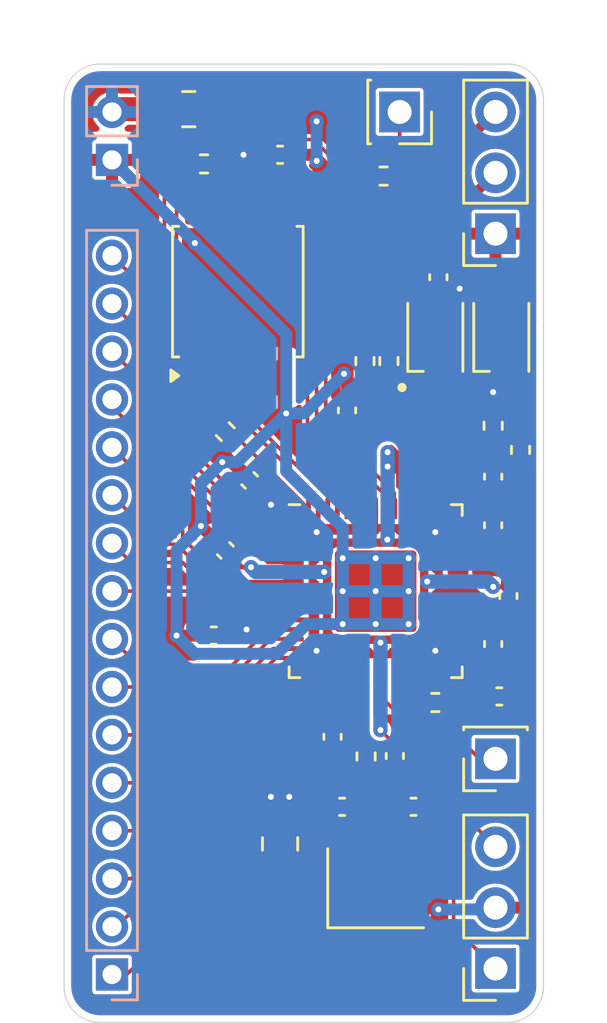
<source format=kicad_pcb>
(kicad_pcb (version 20221018) (generator pcbnew)
  (title_block (title "RP2350A QFN-60 Minimal Design Example") (date "2024-07-04") (rev "REV3") (company "Raspberry Pi Ltd"))
  (layers (0 "F.Cu" signal) (31 "B.Cu" signal) (34 "B.Paste" user) (35 "F.Paste" user) (36 "B.SilkS" user "B.Silkscreen") (37 "F.SilkS" user "F.Silkscreen") (38 "B.Mask" user) (39 "F.Mask" user) (44 "Edge.Cuts" user))
  (net 0 "")
  (net 1 "GND")
  (net 2 "/XIN")
  (net 3 "/XOUT")
  (net 4 "+3V3")
  (net 5 "+1V1")
  (net 6 "/~{USB_BOOT}")
  (net 7 "/GPIO15")
  (net 8 "/GPIO14")
  (net 9 "/GPIO13")
  (net 10 "/GPIO12")
  (net 11 "/GPIO11")
  (net 12 "/GPIO10")
  (net 13 "/GPIO9")
  (net 14 "/GPIO8")
  (net 15 "/GPIO7")
  (net 16 "/GPIO6")
  (net 17 "/GPIO5")
  (net 18 "/GPIO4")
  (net 19 "/GPIO3")
  (net 20 "/GPIO2")
  (net 21 "/GPIO1")
  (net 22 "/GPIO0")
  (net 23 "/GPIO29_ADC3")
  (net 24 "/GPIO28_ADC2")
  (net 25 "/GPIO27_ADC1")
  (net 26 "/GPIO26_ADC0")
  (net 27 "/GPIO25")
  (net 28 "/GPIO24")
  (net 29 "/GPIO23")
  (net 30 "/GPIO22")
  (net 31 "/GPIO21")
  (net 32 "/GPIO20")
  (net 33 "/GPIO19")
  (net 34 "/GPIO18")
  (net 35 "/GPIO17")
  (net 36 "/GPIO16")
  (net 37 "/SWD")
  (net 38 "/SWCLK")
  (net 39 "/QSPI_SS")
  (net 40 "/QSPI_SD3")
  (net 41 "/QSPI_SCLK")
  (net 42 "/QSPI_SD0")
  (net 43 "/QSPI_SD2")
  (net 44 "/QSPI_SD1")
  (net 45 "/USB_D+")
  (net 46 "/USB_D-")
  (net 47 "/VREG_LX")
  (net 48 "/VREG_AVDD")
  (net 49 "/FLASH_SS")
  (net 50 "/~{RUN}")
  (net 51 "Net-(C19-Pad1)")
  (net 52 "Net-(U2-USB_DP)")
  (net 53 "Net-(U2-USB_DM)")
  (net 54 "Net-(D1-DIN)")
  (net 55 "Net-(D1-DOUT)")
  (footprint "Capacitor_SMD:C_0805_2012Metric" (layer "F.Cu") (at 96.012 110.551 -90)
    (fp_text reference "C5" hide)
    (fp_text value "10u")
  )
  (footprint "Capacitor_SMD:C_0402_1005Metric" (layer "F.Cu") (at 93.246 101.854 180)
    (fp_text reference "C7" hide)
    (fp_text value "100n")
  )
  (footprint "Capacitor_SMD:C_0402_1005Metric" (layer "F.Cu") (at 96.012 81.788)
    (fp_text reference "C14" hide)
    (fp_text value "100n")
  )
  (footprint "Resistor_SMD:R_0402_1005Metric" (layer "F.Cu") (at 92.839 82.169 180)
    (fp_text reference "R4" hide)
    (fp_text value "DNF")
  )
  (footprint "Capacitor_SMD:C_0402_1005Metric" (layer "F.Cu") (at 98.806 92.456 90)
    (fp_text reference "C4" hide)
    (fp_text value "100n")
  )
  (footprint "Capacitor_SMD:C_0402_1005Metric" (layer "F.Cu") (at 104.902 102.207 -90)
    (fp_text reference "C6" hide)
    (fp_text value "100n")
  )
  (footprint "Capacitor_SMD:C_0402_1005Metric" (layer "F.Cu") (at 105.156 104.394)
    (fp_text reference "C8" hide)
    (fp_text value "100n")
  )
  (footprint "Resistor_SMD:R_0402_1005Metric" (layer "F.Cu") (at 99.552 90.396 -90)
    (fp_text reference "R2" hide)
    (fp_text value "27")
  )
  (footprint "Capacitor_SMD:C_0402_1005Metric" (layer "F.Cu") (at 94.742 95.377 135)
    (fp_text reference "C5" hide)
    (fp_text value "100n")
  )
  (footprint "Resistor_SMD:R_0402_1005Metric" (layer "F.Cu") (at 100.552 90.396 -90)
    (fp_text reference "R3" hide)
    (fp_text value "27")
  )
  (footprint "Capacitor_SMD:C_0402_1005Metric" (layer "F.Cu") (at 104.902 97.25 90)
    (fp_text reference "C9" hide)
    (fp_text value "100n")
  )
  (footprint "Capacitor_SMD:C_0805_2012Metric" (layer "F.Cu") (at 92.202 79.883)
    (fp_text reference "C15" hide)
    (fp_text value "10u")
  )
  (footprint "RP2350_60QFN_minimal:C_0402_1005Metric_small_pads" (layer "F.Cu") (at 102 94.45)
    (fp_text reference "C13" hide)
    (fp_text value "4.7u")
  )
  (footprint "RP2350_60QFN_minimal:L_pol_2016" (layer "F.Cu") (at 102 92.8)
    (fp_text reference "L1" hide)
    (fp_text value "3.3u")
  )
  (footprint "Capacitor_SMD:C_0402_1005Metric" (layer "F.Cu") (at 104.902 95.222 -90)
    (fp_text reference "C11" hide)
    (fp_text value "4.7u")
  )
  (footprint "Resistor_SMD:R_0402_1005Metric" (layer "F.Cu") (at 102.489 104.648)
    (fp_text reference "R7" hide)
    (fp_text value "10k")
  )
  (footprint "Resistor_SMD:R_0402_1005Metric" (layer "F.Cu") (at 104.902 93.1 -90)
    (fp_text reference "R1" hide)
    (fp_text value "33")
  )
  (footprint "Capacitor_SMD:C_0402_1005Metric" (layer "F.Cu") (at 102.616 86.896 90)
    (fp_text reference "C16" hide)
    (fp_text value "100n")
  )
  (footprint "Crystal:Crystal_SMD_3225-4Pin_3.2x2.5mm" (layer "F.Cu") (at 100 112.4)
    (fp_text reference "Y1" hide)
    (fp_text value "ABM8-272-T3")
  )
  (footprint "LED_SMD:LED_WS2812B-2020_PLCC4_2.0x2.0mm" (layer "F.Cu") (at 105.241 89.408 90)
    (fp_text reference "D1" hide)
    (fp_text value "WS2812B-2020")
  )
  (footprint "Resistor_SMD:R_0402_1005Metric" (layer "F.Cu") (at 99.6 106.9 -90)
    (fp_text reference "R9" hide)
    (fp_text value "1k")
  )
  (footprint "Connector_PinSocket_2.54mm:PinSocket_1x03_P2.54mm_Vertical" (layer "F.Cu") (at 105 115.75 180)
    (fp_text reference "J4" hide)
    (fp_text value "Conn_01x03")
  )
  (footprint "Capacitor_SMD:C_0402_1005Metric" (layer "F.Cu") (at 100.8 106.88 -90)
    (fp_text reference "C2" hide)
    (fp_text value "4.7u")
  )
  (footprint "Package_SO:SOIC-8_5.23x5.23mm_P1.27mm" (layer "F.Cu") (at 94.25 87.5 90)
    (fp_text reference "U1" hide)
    (fp_text value "W25Q128JVS")
  )
  (footprint "Connector_PinSocket_2.54mm:PinSocket_1x01_P2.54mm_Vertical" (layer "F.Cu") (at 101 80 -90)
    (fp_text reference "J5" hide)
    (fp_text value "Conn_01x01")
  )
  (footprint "Capacitor_SMD:C_0402_1005Metric" (layer "F.Cu") (at 98.6 109 180)
    (fp_text reference "C18" hide)
    (fp_text value "15p")
  )
  (footprint "Resistor_SMD:R_0402_1005Metric" (layer "F.Cu") (at 106.045 94.107 -90)
    (fp_text reference "R8" hide)
    (fp_text value "330")
  )
  (footprint "RP2350_60QFN_minimal:RP2350-QFN-60-1EP_7x7_P0.4mm_EP3.4x3.4mm_ThermalVias" (layer "F.Cu") (at 100 100)
    (fp_text reference "U2" hide)
    (fp_text value "RP2350_60QFN")
  )
  (footprint "Capacitor_SMD:C_0402_1005Metric" (layer "F.Cu") (at 93.726 98.298 135)
    (fp_text reference "C1" hide)
    (fp_text value "100n")
  )
  (footprint "LED_SMD:LED_WS2812B-2020_PLCC4_2.0x2.0mm" (layer "F.Cu") (at 102.489 89.408 90)
    (fp_text reference "D2" hide)
    (fp_text value "WS2812B-2020")
  )
  (footprint "Resistor_SMD:R_0402_1005Metric" (layer "F.Cu") (at 93.726 93.345 135)
    (fp_text reference "R6" hide)
    (fp_text value "0")
  )
  (footprint "Resistor_SMD:R_0402_1005Metric" (layer "F.Cu") (at 100.33 82.677)
    (fp_text reference "R5" hide)
    (fp_text value "1k")
  )
  (footprint "Capacitor_SMD:C_0402_1005Metric" (layer "F.Cu") (at 98.2 106.08 -90)
    (fp_text reference "C10" hide)
    (fp_text value "100n")
  )
  (footprint "RP2350_60QFN_minimal:C_0402_1005Metric_small_pads" (layer "F.Cu") (at 102 95.4)
    (fp_text reference "C12" hide)
    (fp_text value "4.7u")
  )
  (footprint "Capacitor_SMD:C_0402_1005Metric" (layer "F.Cu") (at 105.537 100.203 -90)
    (fp_text reference "C3" hide)
    (fp_text value "100n")
  )
  (footprint "Connector_PinSocket_2.54mm:PinSocket_1x01_P2.54mm_Vertical" (layer "F.Cu") (at 105 107 180)
    (fp_text reference "J6" hide)
    (fp_text value "Conn_01x01")
  )
  (footprint "Capacitor_SMD:C_0402_1005Metric" (layer "F.Cu") (at 101.58 109)
    (fp_text reference "C19" hide)
    (fp_text value "15p")
  )
  (footprint "Connector_PinSocket_2.54mm:PinSocket_1x03_P2.54mm_Vertical" (layer "F.Cu") (at 105 85.08 180)
    (fp_text reference "J2" hide)
    (fp_text value "Conn_01x03")
  )
  (footprint "Connector_PinSocket_2.00mm:PinSocket_1x16_P2.00mm_Vertical" (layer "B.Cu") (at 89 116)
    (fp_text reference "J3" hide)
    (fp_text value "Conn_01x16")
  )
  (footprint "Connector_PinSocket_2.00mm:PinSocket_1x02_P2.00mm_Vertical" (layer "B.Cu") (at 89 82)
    (fp_text reference "J1" hide)
    (fp_text value "Conn_01x02")
  )
  (gr_arc (start 87 79.5) (mid 87.43934 78.43934) (end 88.5 78) (stroke (width 0.05)) (layer "Edge.Cuts"))
  (gr_line (start 107 116.5) (end 107 79.5) (stroke (width 0.05)) (layer "Edge.Cuts"))
  (gr_arc (start 105.5 78) (mid 106.56066 78.43934) (end 107 79.5) (stroke (width 0.05)) (layer "Edge.Cuts"))
  (gr_line (start 88.5 118) (end 105.5 118) (stroke (width 0.05)) (layer "Edge.Cuts"))
  (gr_line (start 105.5 78) (end 88.5 78) (stroke (width 0.05)) (layer "Edge.Cuts"))
  (gr_arc (start 107 116.5) (mid 106.56066 117.56066) (end 105.5 118) (stroke (width 0.05)) (layer "Edge.Cuts"))
  (gr_arc (start 88.5 118) (mid 87.43934 117.56066) (end 87 116.5) (stroke (width 0.05)) (layer "Edge.Cuts"))
  (gr_line (start 87 79.5) (end 87 116.5) (stroke (width 0.05)) (layer "Edge.Cuts"))
  (segment (start 97.282 81.788) (end 97.536 82.042) (width 0.25) (layer "F.Cu") (net 1))
  (segment (start 98.342 91.865) (end 98.453 91.976) (width 0.4) (layer "F.Cu") (net 1))
  (segment (start 104.775 103.505) (end 105.537 103.505) (width 0.3) (layer "F.Cu") (net 1))
  (segment (start 98.679 90.932) (end 98.342 91.269) (width 0.4) (layer "F.Cu") (net 1))
  (segment (start 96.492 81.788) (end 97.282 81.788) (width 0.25) (layer "F.Cu") (net 1))
  (segment (start 98.342 91.269) (end 98.342 91.865) (width 0.4) (layer "F.Cu") (net 1))
  (segment (start 98.453 91.976) (end 98.806 91.976) (width 0.4) (layer "F.Cu") (net 1))
  (via (at 102.616 113.284) (size 0.6) (drill 0.25) (layers "F.Cu" "B.Cu") (net 1))
  (via (at 97.536 82.042) (size 0.6) (drill 0.25) (layers "F.Cu" "B.Cu") (net 1))
  (via (at 93.599 94.615) (size 0.6) (drill 0.25) (layers "F.Cu" "B.Cu") (net 1))
  (via (at 92.456 85.471) (size 0.6) (drill 0.25) (layers "F.Cu" "B.Cu") (net 1))
  (via (at 98.679 90.932) (size 0.6) (drill 0.25) (layers "F.Cu" "B.Cu") (net 1))
  (via (at 91.694 101.854) (size 0.6) (drill 0.25) (layers "F.Cu" "B.Cu") (net 1))
  (via (at 96.266 92.583) (size 0.6) (drill 0.25) (layers "F.Cu" "B.Cu") (net 1))
  (via (at 92.71 97.282) (size 0.6) (drill 0.25) (layers "F.Cu" "B.Cu") (net 1))
  (via (at 97.536 80.391) (size 0.6) (drill 0.25) (layers "F.Cu" "B.Cu") (net 1))
  (segment (start 102.616 113.284) (end 104.926 113.284) (width 0.5) (layer "B.Cu") (net 1))
  (segment (start 104.926 113.284) (end 105 113.21) (width 0.15) (layer "B.Cu") (net 1))
  (segment (start 98.625 101.375) (end 98.625 98.625) (width 0.5) (layer "B.Cu") (net 1))
  (segment (start 93.599 94.615) (end 92.71 95.504) (width 0.5) (layer "B.Cu") (net 1))
  (segment (start 96.266 92.583) (end 96.266 89.266) (width 0.5) (layer "B.Cu") (net 1))
  (segment (start 101.375 98.625) (end 98.625 98.625) (width 0.5) (layer "B.Cu") (net 1))
  (segment (start 96.266 92.583) (end 96.266 94.996) (width 0.5) (layer "B.Cu") (net 1))
  (segment (start 97.536 82.042) (end 97.536 80.391) (width 0.5) (layer "B.Cu") (net 1))
  (segment (start 98.625 101.375) (end 101.375 101.375) (width 0.5) (layer "B.Cu") (net 1))
  (segment (start 101.375 98.625) (end 101.375 101.375) (width 0.5) (layer "B.Cu") (net 1))
  (segment (start 98.625 101.375) (end 97.126 101.375) (width 0.5) (layer "B.Cu") (net 1))
  (segment (start 97.028 92.583) (end 98.679 90.932) (width 0.5) (layer "B.Cu") (net 1))
  (segment (start 92.456 102.616) (end 91.694 101.854) (width 0.5) (layer "B.Cu") (net 1))
  (segment (start 98.625 100) (end 101.375 100) (width 0.5) (layer "B.Cu") (net 1))
  (segment (start 96.266 94.996) (end 98.625 97.355) (width 0.5) (layer "B.Cu") (net 1))
  (segment (start 96.266 89.266) (end 89 82) (width 0.5) (layer "B.Cu") (net 1))
  (segment (start 94.234 94.615) (end 93.599 94.615) (width 0.5) (layer "B.Cu") (net 1))
  (segment (start 100 101.375) (end 100 98.625) (width 0.5) (layer "B.Cu") (net 1))
  (segment (start 96.266 92.583) (end 94.234 94.615) (width 0.5) (layer "B.Cu") (net 1))
  (segment (start 98.625 97.355) (end 98.625 98.625) (width 0.5) (layer "B.Cu") (net 1))
  (segment (start 96.266 92.583) (end 97.028 92.583) (width 0.5) (layer "B.Cu") (net 1))
  (segment (start 92.71 97.282) (end 91.694 98.298) (width 0.5) (layer "B.Cu") (net 1))
  (segment (start 92.71 95.504) (end 92.71 97.282) (width 0.5) (layer "B.Cu") (net 1))
  (segment (start 97.126 101.375) (end 95.885 102.616) (width 0.5) (layer "B.Cu") (net 1))
  (segment (start 95.885 102.616) (end 92.456 102.616) (width 0.5) (layer "B.Cu") (net 1))
  (segment (start 91.694 98.298) (end 91.694 101.854) (width 0.5) (layer "B.Cu") (net 1))
  (segment (start 99.2 105.4) (end 99 105.6) (width 0.15) (layer "F.Cu") (net 2))
  (segment (start 99.9 109.82) (end 99.9 112.3) (width 0.15) (layer "F.Cu") (net 2))
  (segment (start 98.95 113.25) (end 98.7 113.25) (width 0.15) (layer "F.Cu") (net 2))
  (segment (start 99.2 103.4375) (end 99.2 105.4) (width 0.15) (layer "F.Cu") (net 2))
  (segment (start 99 105.6) (end 99 108.92) (width 0.15) (layer "F.Cu") (net 2))
  (segment (start 99 108.92) (end 99.9 109.82) (width 0.15) (layer "F.Cu") (net 2))
  (segment (start 99.9 112.3) (end 98.95 113.25) (width 0.15) (layer "F.Cu") (net 2))
  (segment (start 99.6 103.4375) (end 99.6 106.4) (width 0.15) (layer "F.Cu") (net 3))
  (segment (start 95.631 109.22) (end 96.012 109.601) (width 0.5) (layer "F.Cu") (net 4))
  (segment (start 89.117 79.883) (end 89 80) (width 0.15) (layer "F.Cu") (net 4))
  (segment (start 104.1895 97.423) (end 104.0125 97.6) (width 0.2) (layer "F.Cu") (net 4))
  (segment (start 98.2 105.2) (end 98.2 105.6) (width 0.2) (layer "F.Cu") (net 4))
  (segment (start 93.349 82.169) (end 92.345 83.173) (width 0.25) (layer "F.Cu") (net 4))
  (segment (start 104.902 97.73) (end 104.4965 97.73) (width 0.2) (layer "F.Cu") (net 4))
  (segment (start 102.8 103.4375) (end 102.8 103.003554) (width 0.2) (layer "F.Cu") (net 4))
  (segment (start 91.252 79.883) (end 89.117 79.883) (width 1) (layer "F.Cu") (net 4))
  (segment (start 102.489 97.536) (end 102.667554 97.536) (width 0.2) (layer "F.Cu") (net 4))
  (segment (start 103.505 87.376) (end 104.267 87.376) (width 0.25) (layer "F.Cu") (net 4))
  (segment (start 96.5625 97.2) (end 97 97.2) (width 0.15) (layer "F.Cu") (net 4))
  (segment (start 101.939 88.493) (end 101.939 87.672) (width 0.25) (layer "F.Cu") (net 4))
  (segment (start 99.6 95.7) (end 98.806 94.906) (width 0.15) (layer "F.Cu") (net 4))
  (segment (start 104.267 87.376) (end 104.691 87.8) (width 0.25) (layer "F.Cu") (net 4))
  (segment (start 102.75 102.953554) (end 102.75 102.925736) (width 0.2) (layer "F.Cu") (net 4))
  (segment (start 103.9665 97.2) (end 103.4375 97.2) (width 0.2) (layer "F.Cu") (net 4))
  (segment (start 102.489 97.536) (end 102.553 97.6) (width 0.2) (layer "F.Cu") (net 4))
  (segment (start 102.771 103.4665) (end 102.8 103.4375) (width 0.15) (layer "F.Cu") (net 4))
  (segment (start 94.954411 95.716411) (end 95.631 96.393) (width 0.15) (layer "F.Cu") (net 4))
  (segment (start 94.342 101.854) (end 93.726 101.854) (width 0.2) (layer "F.Cu") (net 4))
  (segment (start 104.4965 97.73) (end 104.1895 97.423) (width 0.2) (layer "F.Cu") (net 4))
  (segment (start 95.631 96.774) (end 95.631 96.393) (width 0.15) (layer "F.Cu") (net 4))
  (segment (start 104.1895 97.423) (end 103.9665 97.2) (width 0.2) (layer "F.Cu") (net 4))
  (segment (start 100 96.5625) (end 100 96.1) (width 0.15) (layer "F.Cu") (net 4))
  (segment (start 97.4 101.2) (end 94.996 101.2) (width 0.2) (layer "F.Cu") (net 4))
  (segment (start 103.759 104.394) (end 102.8025 103.4375) (width 0.2) (layer "F.Cu") (net 4))
  (segment (start 96.057 97.2) (end 95.631 96.774) (width 0.15) (layer "F.Cu") (net 4))
  (segment (start 94.488 81.788) (end 93.73 81.788) (width 0.25) (layer "F.Cu") (net 4))
  (segment (start 102.8 103.003554) (end 102.75 102.953554) (width 0.2) (layer "F.Cu") (net 4))
  (segment (start 103.4375 100) (end 104.191 100) (width 0.2) (layer "F.Cu") (net 4))
  (segment (start 98.806 94.906) (end 98.806 92.936) (width 0.15) (layer "F.Cu") (net 4))
  (segment (start 99.6 96.5625) (end 99.6 95.7) (width 0.15) (layer "F.Cu") (net 4))
  (segment (start 104.803 104.394) (end 103.759 104.394) (width 0.2) (layer "F.Cu") (net 4))
  (segment (start 104.191 100) (end 104.902 100.711) (width 0.2) (layer "F.Cu") (net 4))
  (segment (start 97 97.2) (end 97.336 97.536) (width 0.15) (layer "F.Cu") (net 4))
  (segment (start 96.5625 97.2) (end 96.057 97.2) (width 0.15) (layer "F.Cu") (net 4))
  (segment (start 101.854 88.408) (end 101.939 88.493) (width 0.15) (layer "F.Cu") (net 4))
  (segment (start 96.393 109.22) (end 96.012 109.601) (width 0.5) (layer "F.Cu") (net 4))
  (segment (start 98.8 104.6) (end 98.2 105.2) (width 0.2) (layer "F.Cu") (net 4))
  (segment (start 104.902 100.711) (end 104.902 101.727) (width 0.2) (layer "F.Cu") (net 4))
  (segment (start 104.691 87.8) (end 104.691 88.493) (width 0.25) (layer "F.Cu") (net 4))
  (segment (start 103.003554 97.2) (end 103.4375 97.2) (width 0.2) (layer "F.Cu") (net 4))
  (segment (start 92.345 83.173) (end 92.345 83.9) (width 0.25) (layer "F.Cu") (net 4))
  (segment (start 101.939 87.672) (end 102.235 87.376) (width 0.25) (layer "F.Cu") (net 4))
  (segment (start 94.996 101.2) (end 94.342 101.854) (width 0.2) (layer "F.Cu") (net 4))
  (segment (start 95.631 108.585) (end 95.631 109.22) (width 0.5) (layer "F.Cu") (net 4))
  (segment (start 102.616 87.376) (end 103.505 87.376) (width 0.25) (layer "F.Cu") (net 4))
  (segment (start 100 97.3) (end 100 96.5625) (width 0.2) (layer "F.Cu") (net 4))
  (segment (start 93.73 81.788) (end 93.349 82.169) (width 0.25) (layer "F.Cu") (net 4))
  (segment (start 99.6 96.5625) (end 99.6 97.3) (width 0.2) (layer "F.Cu") (net 4))
  (segment (start 103.4375 100) (end 102.6 100) (width 0.2) (layer "F.Cu") (net 4))
  (segment (start 104.902 91.694) (end 104.902 92.59) (width 0.15) (layer "F.Cu") (net 4))
  (segment (start 102.553 97.6) (end 103.4375 97.6) (width 0.2) (layer "F.Cu") (net 4))
  (segment (start 102.75 102.925736) (end 102.424264 102.6) (width 0.2) (layer "F.Cu") (net 4))
  (segment (start 99.6 97.3) (end 100 97.3) (width 0.2) (layer "F.Cu") (net 4))
  (segment (start 94.488 81.788) (end 95.532 81.788) (width 0.25) (layer "F.Cu") (net 4))
  (segment (start 102.235 87.376) (end 102.616 87.376) (width 0.25) (layer "F.Cu") (net 4))
  (segment (start 102.8 103.4375) (end 102.8 104.449) (width 0.2) (layer "F.Cu") (net 4))
  (segment (start 98.8 103.4375) (end 98.8 104.6) (width 0.2) (layer "F.Cu") (net 4))
  (segment (start 102.8 104.449) (end 102.999 104.648) (width 0.15) (layer "F.Cu") (net 4))
  (segment (start 102.667554 97.536) (end 103.003554 97.2) (width 0.2) (layer "F.Cu") (net 4))
  (segment (start 96.393 108.585) (end 96.393 109.22) (width 0.5) (layer "F.Cu") (net 4))
  (segment (start 102.8025 103.4375) (end 102.8 103.4375) (width 0.2) (layer "F.Cu") (net 4))
  (segment (start 100 96.1) (end 99.6 95.7) (width 0.15) (layer "F.Cu") (net 4))
  (segment (start 104.0125 97.6) (end 103.4375 97.6) (width 0.2) (layer "F.Cu") (net 4))
  (segment (start 98.8 103.4375) (end 98.8 102.6) (width 0.2) (layer "F.Cu") (net 4))
  (via (at 102.489 97.536) (size 0.6) (drill 0.25) (layers "F.Cu" "B.Cu") (net 4))
  (via (at 94.488 81.788) (size 0.6) (drill 0.25) (layers "F.Cu" "B.Cu") (net 4))
  (via (at 95.631 108.585) (size 0.6) (drill 0.25) (layers "F.Cu" "B.Cu") (net 4))
  (via (at 96.393 108.585) (size 0.6) (drill 0.25) (layers "F.Cu" "B.Cu") (net 4))
  (via (at 103.505 87.376) (size 0.6) (drill 0.25) (layers "F.Cu" "B.Cu") (net 4))
  (via (at 102.489 102.489) (size 0.6) (drill 0.25) (layers "F.Cu" "B.Cu") (net 4))
  (via (at 97.536 97.536) (size 0.6) (drill 0.25) (layers "F.Cu" "B.Cu") (net 4))
  (via (at 104.902 91.694) (size 0.6) (drill 0.25) (layers "F.Cu" "B.Cu") (net 4))
  (via (at 95.631 96.393) (size 0.6) (drill 0.25) (layers "F.Cu" "B.Cu") (net 4))
  (via (at 94.615 101.6) (size 0.6) (drill 0.25) (layers "F.Cu" "B.Cu") (net 4))
  (via (at 97.536 102.489) (size 0.6) (drill 0.25) (layers "F.Cu" "B.Cu") (net 4))
  (segment (start 94.428 99) (end 94.8 99) (width 0.2) (layer "F.Cu") (net 5))
  (segment (start 104.902 99.822) (end 104.68 99.6) (width 0.2) (layer "F.Cu") (net 5))
  (segment (start 100 103.4375) (end 100 105.1) (width 0.2) (layer "F.Cu") (net 5))
  (segment (start 101.175 95.875) (end 100.925 95.625) (width 0.15) (layer "F.Cu") (net 5))
  (segment (start 105.438 99.822) (end 105.537 99.723) (width 0.2) (layer "F.Cu") (net 5))
  (segment (start 100.925 95.625) (end 100.925 94.875) (width 0.15) (layer "F.Cu") (net 5))
  (segment (start 100.2 105.8) (end 100.8 106.4) (width 0.15) (layer "F.Cu") (net 5))
  (segment (start 100.2 105.3) (end 100.2 105.8) (width 0.2) (layer "F.Cu") (net 5))
  (segment (start 101.175 96.5375) (end 101.175 95.875) (width 0.15) (layer "F.Cu") (net 5))
  (segment (start 105.537 99.723) (end 105.537 99.596) (width 0.2) (layer "F.Cu") (net 5))
  (segment (start 95 99.2) (end 94.8 99) (width 0.2) (layer "F.Cu") (net 5))
  (segment (start 96.5625 99.2) (end 95 99.2) (width 0.2) (layer "F.Cu") (net 5))
  (segment (start 94.065411 98.637411) (end 94.428 99) (width 0.2) (layer "F.Cu") (net 5))
  (segment (start 101.2 96.5625) (end 101.175 96.5375) (width 0.15) (layer "F.Cu") (net 5))
  (segment (start 100 105.1) (end 100.2 105.3) (width 0.2) (layer "F.Cu") (net 5))
  (segment (start 104.902 99.822) (end 105.438 99.822) (width 0.2) (layer "F.Cu") (net 5))
  (segment (start 104.68 99.6) (end 103.4375 99.6) (width 0.2) (layer "F.Cu") (net 5))
  (via (at 100.48777 97.8505) (size 0.6) (drill 0.25) (layers "F.Cu" "B.Cu") (net 5))
  (via (at 104.902 99.822) (size 0.6) (drill 0.25) (layers "F.Cu" "B.Cu") (net 5))
  (via (at 94.8 99) (size 0.6) (drill 0.25) (layers "F.Cu" "B.Cu") (net 5))
  (via (at 100.5 94.2) (size 0.6) (drill 0.25) (layers "F.Cu" "B.Cu") (net 5))
  (via (at 100.2 102.1495) (size 0.6) (drill 0.25) (layers "F.Cu" "B.Cu") (net 5))
  (via (at 97.8505 99.2) (size 0.6) (drill 0.25) (layers "F.Cu" "B.Cu") (net 5))
  (via (at 100.2 105.8) (size 0.6) (drill 0.25) (layers "F.Cu" "B.Cu") (net 5))
  (via (at 100.5 94.8) (size 0.6) (drill 0.25) (layers "F.Cu" "B.Cu") (net 5))
  (via (at 102.1495 99.6) (size 0.6) (drill 0.25) (layers "F.Cu" "B.Cu") (net 5))
  (segment (start 100.5 97.83827) (end 100.5 94.2) (width 0.6) (layer "B.Cu") (net 5))
  (segment (start 104.902 99.822) (end 104.68 99.6) (width 0.6) (layer "B.Cu") (net 5))
  (segment (start 95 99.2) (end 94.8 99) (width 0.6) (layer "B.Cu") (net 5))
  (segment (start 100.2 102.1495) (end 100.2 105.8) (width 0.6) (layer "B.Cu") (net 5))
  (segment (start 104.68 99.6) (end 102.1495 99.6) (width 0.6) (layer "B.Cu") (net 5))
  (segment (start 100.48777 97.8505) (end 100.5 97.83827) (width 0.6) (layer "B.Cu") (net 5))
  (segment (start 97.8505 99.2) (end 95 99.2) (width 0.6) (layer "B.Cu") (net 5))
  (segment (start 101 80) (end 101 82.517) (width 0.15) (layer "F.Cu") (net 6))
  (segment (start 101 82.517) (end 100.84 82.677) (width 0.15) (layer "F.Cu") (net 6))
  (segment (start 98.4 104.419) (end 90.551 112.268) (width 0.15) (layer "F.Cu") (net 7))
  (segment (start 98.4 103.4375) (end 98.4 104.419) (width 0.15) (layer "F.Cu") (net 7))
  (segment (start 90.551 115.062) (end 89.613 116) (width 0.15) (layer "F.Cu") (net 7))
  (segment (start 89.613 116) (end 89 116) (width 0.15) (layer "F.Cu") (net 7))
  (segment (start 90.551 112.268) (end 90.551 115.062) (width 0.15) (layer "F.Cu") (net 7))
  (segment (start 89.2 114) (end 89 114) (width 0.15) (layer "F.Cu") (net 8))
  (segment (start 98 104.311) (end 90.043 112.268) (width 0.15) (layer "F.Cu") (net 8))
  (segment (start 98 103.4375) (end 98 104.311) (width 0.15) (layer "F.Cu") (net 8))
  (segment (start 90.043 113.157) (end 89.2 114) (width 0.15) (layer "F.Cu") (net 8))
  (segment (start 90.043 112.268) (end 90.043 113.157) (width 0.15) (layer "F.Cu") (net 8))
  (segment (start 97.6 104.203) (end 89.803 112) (width 0.15) (layer "F.Cu") (net 9))
  (segment (start 97.6 103.4375) (end 97.6 104.203) (width 0.15) (layer "F.Cu") (net 9))
  (segment (start 89.803 112) (end 89 112) (width 0.15) (layer "F.Cu") (net 9))
  (segment (start 97.2 104.095) (end 91.295 110) (width 0.15) (layer "F.Cu") (net 10))
  (segment (start 91.295 110) (end 89 110) (width 0.15) (layer "F.Cu") (net 10))
  (segment (start 97.2 103.4375) (end 97.2 104.095) (width 0.15) (layer "F.Cu") (net 10))
  (segment (start 96.5625 102.8) (end 95.828 102.8) (width 0.15) (layer "F.Cu") (net 11))
  (segment (start 95.828 102.8) (end 90.628 108) (width 0.15) (layer "F.Cu") (net 11))
  (segment (start 90.628 108) (end 89 108) (width 0.15) (layer "F.Cu") (net 11))
  (segment (start 96.5625 102.4) (end 95.72 102.4) (width 0.15) (layer "F.Cu") (net 12))
  (segment (start 95.72 102.4) (end 92.12 106) (width 0.15) (layer "F.Cu") (net 12))
  (segment (start 92.12 106) (end 89 106) (width 0.15) (layer "F.Cu") (net 12))
  (segment (start 95.612 102) (end 93.612 104) (width 0.15) (layer "F.Cu") (net 13))
  (segment (start 96.5625 102) (end 95.612 102) (width 0.15) (layer "F.Cu") (net 13))
  (segment (start 93.612 104) (end 89 104) (width 0.15) (layer "F.Cu") (net 13))
  (segment (start 93.98 103.124) (end 90.124 103.124) (width 0.15) (layer "F.Cu") (net 14))
  (segment (start 95.504 101.6) (end 93.98 103.124) (width 0.15) (layer "F.Cu") (net 14))
  (segment (start 90.124 103.124) (end 89 102) (width 0.15) (layer "F.Cu") (net 14))
  (segment (start 96.5625 101.6) (end 95.504 101.6) (width 0.15) (layer "F.Cu") (net 14))
  (segment (start 96.5625 100.8) (end 93.434 100.8) (width 0.15) (layer "F.Cu") (net 15))
  (segment (start 92.634 100) (end 89 100) (width 0.15) (layer "F.Cu") (net 15))
  (segment (start 93.434 100.8) (end 92.634 100) (width 0.15) (layer "F.Cu") (net 15))
  (segment (start 93.542 100.4) (end 91.948 98.806) (width 0.15) (layer "F.Cu") (net 16))
  (segment (start 91.948 98.806) (end 89.806 98.806) (width 0.15) (layer "F.Cu") (net 16))
  (segment (start 89.806 98.806) (end 89 98) (width 0.15) (layer "F.Cu") (net 16))
  (segment (start 96.5625 100.4) (end 93.542 100.4) (width 0.15) (layer "F.Cu") (net 16))
  (segment (start 91.044 98.044) (end 89 96) (width 0.15) (layer "F.Cu") (net 17))
  (segment (start 96.5625 100) (end 93.65 100) (width 0.15) (layer "F.Cu") (net 17))
  (segment (start 93.65 100) (end 91.694 98.044) (width 0.15) (layer "F.Cu") (net 17))
  (segment (start 91.694 98.044) (end 91.044 98.044) (width 0.15) (layer "F.Cu") (net 17))
  (segment (start 91.948 97.79) (end 91.948 96.948) (width 0.15) (layer "F.Cu") (net 18))
  (segment (start 96.5625 99.6) (end 93.758 99.6) (width 0.15) (layer "F.Cu") (net 18))
  (segment (start 93.758 99.6) (end 91.948 97.79) (width 0.15) (layer "F.Cu") (net 18))
  (segment (start 91.948 96.948) (end 89 94) (width 0.15) (layer "F.Cu") (net 18))
  (segment (start 89.322 92) (end 89 92) (width 0.15) (layer "F.Cu") (net 19))
  (segment (start 89 92.302) (end 89 92) (width 0.15) (layer "F.Cu") (net 19))
  (segment (start 95.498 98.8) (end 89 92.302) (width 0.15) (layer "F.Cu") (net 19))
  (segment (start 96.5625 98.8) (end 95.498 98.8) (width 0.15) (layer "F.Cu") (net 19))
  (segment (start 90.17 92.964) (end 90.17 91.17) (width 0.15) (layer "F.Cu") (net 20))
  (segment (start 95.606 98.4) (end 90.17 92.964) (width 0.15) (layer "F.Cu") (net 20))
  (segment (start 96.5625 98.4) (end 95.606 98.4) (width 0.15) (layer "F.Cu") (net 20))
  (segment (start 90.17 91.17) (end 89 90) (width 0.15) (layer "F.Cu") (net 20))
  (segment (start 95.714 98) (end 90.47 92.756) (width 0.15) (layer "F.Cu") (net 21))
  (segment (start 90.47 92.756) (end 90.47 89.47) (width 0.15) (layer "F.Cu") (net 21))
  (segment (start 90.47 89.47) (end 89 88) (width 0.15) (layer "F.Cu") (net 21))
  (segment (start 96.5625 98) (end 95.714 98) (width 0.15) (layer "F.Cu") (net 21))
  (segment (start 96.5625 97.6) (end 95.822 97.6) (width 0.15) (layer "F.Cu") (net 22))
  (segment (start 95.822 97.6) (end 90.805 92.583) (width 0.15) (layer "F.Cu") (net 22))
  (segment (start 90.805 92.583) (end 90.805 87.805) (width 0.15) (layer "F.Cu") (net 22))
  (segment (start 90.805 87.805) (end 89 86) (width 0.15) (layer "F.Cu") (net 22))
  (segment (start 105.537 98.298) (end 106.045 97.79) (width 0.15) (layer "F.Cu") (net 23))
  (segment (start 104.43594 98.298) (end 105.537 98.298) (width 0.15) (layer "F.Cu") (net 23))
  (segment (start 103.4375 98) (end 104.13794 98) (width 0.15) (layer "F.Cu") (net 23))
  (segment (start 106.045 97.79) (end 106.045 94.617) (width 0.15) (layer "F.Cu") (net 23))
  (segment (start 104.13794 98) (end 104.43594 98.298) (width 0.15) (layer "F.Cu") (net 23))
  (segment (start 103.505 109.175) (end 105 110.67) (width 0.15) (layer "F.Cu") (net 37))
  (segment (start 103.505 107.188) (end 103.505 109.175) (width 0.15) (layer "F.Cu") (net 37))
  (segment (start 100.8 104.483) (end 103.505 107.188) (width 0.15) (layer "F.Cu") (net 37))
  (segment (start 100.8 103.4375) (end 100.8 104.483) (width 0.15) (layer "F.Cu") (net 37))
  (segment (start 103.205 109.299264) (end 103.251 109.345264) (width 0.15) (layer "F.Cu") (net 38))
  (segment (start 100.4 104.591) (end 103.205 107.396) (width 0.15) (layer "F.Cu") (net 38))
  (segment (start 103.251 109.345264) (end 103.251 114.001) (width 0.15) (layer "F.Cu") (net 38))
  (segment (start 103.251 114.001) (end 105 115.75) (width 0.15) (layer "F.Cu") (net 38))
  (segment (start 103.205 107.396) (end 103.205 109.299264) (width 0.15) (layer "F.Cu") (net 38))
  (segment (start 100.4 103.4375) (end 100.4 104.591) (width 0.15) (layer "F.Cu") (net 38))
  (segment (start 94.3635 93.726) (end 97.2 96.5625) (width 0.15) (layer "F.Cu") (net 39))
  (segment (start 97.409 81.153) (end 92.075 81.153) (width 0.15) (layer "F.Cu") (net 39))
  (segment (start 98.933 82.677) (end 97.409 81.153) (width 0.15) (layer "F.Cu") (net 39))
  (segment (start 91.186 82.042) (end 91.186 92.456) (width 0.15) (layer "F.Cu") (net 39))
  (segment (start 92.456 93.726) (end 94.3635 93.726) (width 0.15) (layer "F.Cu") (net 39))
  (segment (start 92.075 81.153) (end 91.186 82.042) (width 0.15) (layer "F.Cu") (net 39))
  (segment (start 91.186 92.456) (end 92.456 93.726) (width 0.15) (layer "F.Cu") (net 39))
  (segment (start 99.82 82.677) (end 98.933 82.677) (width 0.15) (layer "F.Cu") (net 39))
  (segment (start 94.292001 82.423) (end 93.615 83.100001) (width 0.15) (layer "F.Cu") (net 40))
  (segment (start 99.2 96.5625) (end 99.2 95.771) (width 0.15) (layer "F.Cu") (net 40))
  (segment (start 97.917 83.312) (end 97.028 82.423) (width 0.15) (layer "F.Cu") (net 40))
  (segment (start 99.2 95.771) (end 97.917 94.488) (width 0.15) (layer "F.Cu") (net 40))
  (segment (start 97.028 82.423) (end 94.292001 82.423) (width 0.15) (layer "F.Cu") (net 40))
  (segment (start 97.917 94.488) (end 97.917 83.312) (width 0.15) (layer "F.Cu") (net 40))
  (segment (start 93.615 83.100001) (end 93.615 83.9) (width 0.15) (layer "F.Cu") (net 40))
  (segment (start 97.536 83.536) (end 97.536 94.615) (width 0.15) (layer "F.Cu") (net 41))
  (segment (start 94.885 83.100001) (end 95.235001 82.75) (width 0.15) (layer "F.Cu") (net 41))
  (segment (start 97.536 94.615) (end 98.8 95.879) (width 0.15) (layer "F.Cu") (net 41))
  (segment (start 95.235001 82.75) (end 96.75 82.75) (width 0.15) (layer "F.Cu") (net 41))
  (segment (start 96.75 82.75) (end 97.536 83.536) (width 0.15) (layer "F.Cu") (net 41))
  (segment (start 94.885 83.9) (end 94.885 83.100001) (width 0.15) (layer "F.Cu") (net 41))
  (segment (start 98.8 95.879) (end 98.8 96.5625) (width 0.15) (layer "F.Cu") (net 41))
  (segment (start 98.4 95.987) (end 98.4 96.5625) (width 0.15) (layer "F.Cu") (net 42))
  (segment (start 96.9 83.9) (end 97.155 84.155) (width 0.15) (layer "F.Cu") (net 42))
  (segment (start 96.155 83.9) (end 96.9 83.9) (width 0.15) (layer "F.Cu") (net 42))
  (segment (start 97.155 84.155) (end 97.155 94.742) (width 0.15) (layer "F.Cu") (net 42))
  (segment (start 97.155 94.742) (end 98.4 95.987) (width 0.15) (layer "F.Cu") (net 42))
  (segment (start 94.885 91.1) (end 94.885 92.936736) (width 0.15) (layer "F.Cu") (net 43))
  (segment (start 94.885 92.936736) (end 98 96.051736) (width 0.15) (layer "F.Cu") (net 43))
  (segment (start 98 96.051736) (end 98 96.5625) (width 0.15) (layer "F.Cu") (net 43))
  (segment (start 93.615 92.091) (end 93.615 91.1) (width 0.15) (layer "F.Cu") (net 44))
  (segment (start 97.6 96.5625) (end 97.6 96.076) (width 0.15) (layer "F.Cu") (net 44))
  (segment (start 97.6 96.076) (end 93.615 92.091) (width 0.15) (layer "F.Cu") (net 44))
  (segment (start 105 80) (end 99.552 85.448) (width 0.4) (layer "F.Cu") (net 45))
  (segment (start 99.552 85.448) (end 99.552 89.886) (width 0.4) (layer "F.Cu") (net 45))
  (segment (start 100.552 86.988) (end 100.552 89.886) (width 0.4) (layer "F.Cu") (net 46))
  (segment (start 105 82.54) (end 100.552 86.988) (width 0.4) (layer "F.Cu") (net 46))
  (segment (start 103.505 96.012) (end 104.775 94.742) (width 0.2) (layer "F.Cu") (net 48))
  (segment (start 102.8 96.082) (end 102.87 96.012) (width 0.2) (layer "F.Cu") (net 48))
  (segment (start 104.775 94.742) (end 104.902 94.742) (width 0.2) (layer "F.Cu") (net 48))
  (segment (start 102.87 96.012) (end 103.505 96.012) (width 0.2) (layer "F.Cu") (net 48))
  (segment (start 104.902 93.61) (end 104.902 94.742) (width 0.15) (layer "F.Cu") (net 48))
  (segment (start 102.8 96.5625) (end 102.8 96.082) (width 0.2) (layer "F.Cu") (net 48))
  (segment (start 91.694 82.804) (end 91.694 90.449) (width 0.15) (layer "F.Cu") (net 49))
  (segment (start 92.329 82.169) (end 91.694 82.804) (width 0.15) (layer "F.Cu") (net 49))
  (segment (start 93.492376 93.111376) (end 92.345 91.964) (width 0.15) (layer "F.Cu") (net 49))
  (segment (start 91.694 90.449) (end 92.345 91.1) (width 0.15) (layer "F.Cu") (net 49))
  (segment (start 92.345 91.964) (end 92.345 91.1) (width 0.15) (layer "F.Cu") (net 49))
  (segment (start 101.2 103.869) (end 101.979 104.648) (width 0.15) (layer "F.Cu") (net 50))
  (segment (start 101.2 103.4375) (end 101.2 103.869) (width 0.15) (layer "F.Cu") (net 50))
  (segment (start 104.331 107) (end 105 107) (width 0.15) (layer "F.Cu") (net 50))
  (segment (start 101.979 104.648) (end 104.331 107) (width 0.15) (layer "F.Cu") (net 50))
  (segment (start 100.4 109.5125) (end 100.4 111.05) (width 0.15) (layer "F.Cu") (net 51))
  (segment (start 100.9125 109) (end 100.4 109.5125) (width 0.15) (layer "F.Cu") (net 51))
  (segment (start 99.6 107.37) (end 99.6 107.49) (width 0.15) (layer "F.Cu") (net 51))
  (segment (start 101.11 109) (end 100.9125 109) (width 0.15) (layer "F.Cu") (net 51))
  (segment (start 99.6 107.49) (end 101.11 109) (width 0.15) (layer "F.Cu") (net 51))
  (segment (start 100.4 111.05) (end 100.9 111.55) (width 0.15) (layer "F.Cu") (net 51))
  (segment (start 99.568 90.922) (end 99.552 90.906) (width 0.15) (layer "F.Cu") (net 52))
  (segment (start 100.4 96) (end 99.568 95.168) (width 0.15) (layer "F.Cu") (net 52))
  (segment (start 100.4 96.5625) (end 100.4 96) (width 0.15) (layer "F.Cu") (net 52))
  (segment (start 99.568 95.168) (end 99.568 90.922) (width 0.15) (layer "F.Cu") (net 52))
  (segment (start 100.775 95.899264) (end 99.949 95.073264) (width 0.15) (layer "F.Cu") (net 53))
  (segment (start 100.8 96.5625) (end 100.775 96.5375) (width 0.15) (layer "F.Cu") (net 53))
  (segment (start 100.552 91.472) (end 100.552 90.906) (width 0.15) (layer "F.Cu") (net 53))
  (segment (start 99.949 92.075) (end 100.552 91.472) (width 0.15) (layer "F.Cu") (net 53))
  (segment (start 100.775 96.5375) (end 100.775 95.899264) (width 0.15) (layer "F.Cu") (net 53))
  (segment (start 99.949 95.073264) (end 99.949 92.075) (width 0.15) (layer "F.Cu") (net 53))
  (segment (start 106.045 93.218) (end 106.045 93.597) (width 0.15) (layer "F.Cu") (net 54))
  (segment (start 105.791 88.493) (end 106.426 89.128) (width 0.15) (layer "F.Cu") (net 54))
  (segment (start 106.426 92.837) (end 106.045 93.218) (width 0.15) (layer "F.Cu") (net 54))
  (segment (start 106.426 89.128) (end 106.426 92.837) (width 0.15) (layer "F.Cu") (net 54))
  (segment (start 103.039 88.493) (end 103.039 88.671) (width 0.15) (layer "F.Cu") (net 55))
  (segment (start 103.039 88.671) (end 104.691 90.323) (width 0.15) (layer "F.Cu") (net 55))
  (zone (net 4) (net_name "+3V3") (layer "F.Cu") (priority 1) (connect_pads yes (clearance 0.15)) (min_thickness 0.15) (fill yes (thermal_gap 0.508) (thermal_bridge_width 0.508))
    (polygon (pts (xy 102.8 102.8) (xy 97.2 102.8) (xy 97.2 97.2) (xy 102.8 97.2)))
  )
  (zone (net 4) (net_name "+3V3") (layer "F.Cu") (priority 7) (connect_pads yes (clearance 0.15)) (min_thickness 0.15) (fill yes (thermal_gap 0.5) (thermal_bridge_width 0.5))
    (polygon (pts (xy 101.5 97.3) (xy 101.5 95.95) (xy 101.25 95.7) (xy 101.25 95.15) (xy 101.7 95.15) (xy 101.7 97.3)))
  )
  (zone (net 5) (net_name "+1V1") (layer "F.Cu") (priority 3) (connect_pads (clearance 0.15)) (min_thickness 0.2) (fill yes (thermal_gap 0.3) (thermal_bridge_width 0.3))
    (polygon (pts (xy 102.2 102.2) (xy 97.8 102.2) (xy 97.8 97.8) (xy 102.2 97.8)))
  )
  (zone (net 1) (net_name "GND") (layer "F.Cu") (connect_pads (clearance 0.14)) (min_thickness 0.25) (fill yes (thermal_gap 0.5) (thermal_bridge_width 0.5))
    (polygon (pts (xy 87 78) (xy 107 78) (xy 107 118) (xy 87 118)))
  )
  (zone (net 47) (net_name "/VREG_LX") (layer "F.Cu") (priority 5) (connect_pads yes (clearance 0.15)) (min_thickness 0.15) (fill yes (thermal_gap 0.5) (thermal_bridge_width 0.5))
    (polygon (pts (xy 101.9 96.85) (xy 101.9 96.05) (xy 101.85 96) (xy 101.85 93.85) (xy 102.35 93.35) (xy 102.35 91.95) (xy 103.05 91.95) (xy 103.05 93.65) (xy 102.75 93.95) (xy 102.3 93.95) (xy 102.15 94.1) (xy 102.15 96) (xy 102.1 96.05) (xy 102.1 96.85)))
  )
  (zone (net 5) (net_name "+1V1") (layer "F.Cu") (priority 6) (connect_pads yes (clearance 0.15)) (min_thickness 0.15) (fill yes (thermal_gap 0.5) (thermal_bridge_width 0.5))
    (polygon (pts (xy 101.65 94.7) (xy 101.65 93.325) (xy 101.65 91.95) (xy 100.95 91.95) (xy 100.95 93.8) (xy 101.25 94.1) (xy 101.25 94.25) (xy 101.05 94.25) (xy 100.7 93.9) (xy 100.5 93.9) (xy 100.2 94.2) (xy 100.2 94.8) (xy 100.5 95.1) (xy 101 95.1) (xy 101 94.9) (xy 101.55 94.9) (xy 101.55 94.7)))
  )
  (zone (net 4) (net_name "+3V3") (layer "B.Cu") (priority 2) (connect_pads (clearance 0.14)) (min_thickness 0.25) (fill yes (thermal_gap 0.5) (thermal_bridge_width 0.5))
    (polygon (pts (xy 87 78) (xy 107 78) (xy 107 118) (xy 87 118)))
  )
)
</source>
